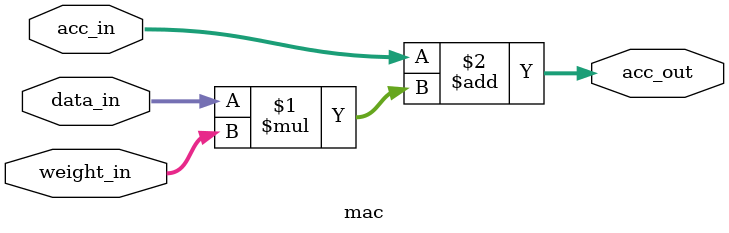
<source format=v>
module mac
#(
    parameter       DATA_WIDTH                          =   4,
    parameter       SUM_WIDTH                           =   16
)
(
    input   wire            [DATA_WIDTH-1:0]                data_in,
    input   wire    signed  [DATA_WIDTH-1:0]                weight_in,
    input   wire    signed  [SUM_WIDTH-1:0]                 acc_in,

    output  wire    signed  [SUM_WIDTH-1:0]                 acc_out

);

    assign  acc_out =   acc_in + data_in * weight_in;

endmodule

</source>
